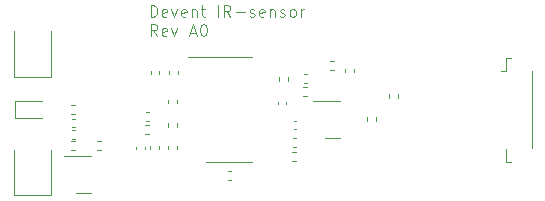
<source format=gbr>
%TF.GenerationSoftware,KiCad,Pcbnew,7.0.9+1*%
%TF.CreationDate,2023-12-11T14:48:35+01:00*%
%TF.ProjectId,IR-sensor,49522d73-656e-4736-9f72-2e6b69636164,rev?*%
%TF.SameCoordinates,Original*%
%TF.FileFunction,Legend,Top*%
%TF.FilePolarity,Positive*%
%FSLAX46Y46*%
G04 Gerber Fmt 4.6, Leading zero omitted, Abs format (unit mm)*
G04 Created by KiCad (PCBNEW 7.0.9+1) date 2023-12-11 14:48:35*
%MOMM*%
%LPD*%
G01*
G04 APERTURE LIST*
%ADD10C,0.100000*%
%ADD11C,0.120000*%
G04 APERTURE END LIST*
D10*
X69003884Y-52162419D02*
X69003884Y-51162419D01*
X69003884Y-51162419D02*
X69241979Y-51162419D01*
X69241979Y-51162419D02*
X69384836Y-51210038D01*
X69384836Y-51210038D02*
X69480074Y-51305276D01*
X69480074Y-51305276D02*
X69527693Y-51400514D01*
X69527693Y-51400514D02*
X69575312Y-51590990D01*
X69575312Y-51590990D02*
X69575312Y-51733847D01*
X69575312Y-51733847D02*
X69527693Y-51924323D01*
X69527693Y-51924323D02*
X69480074Y-52019561D01*
X69480074Y-52019561D02*
X69384836Y-52114800D01*
X69384836Y-52114800D02*
X69241979Y-52162419D01*
X69241979Y-52162419D02*
X69003884Y-52162419D01*
X70384836Y-52114800D02*
X70289598Y-52162419D01*
X70289598Y-52162419D02*
X70099122Y-52162419D01*
X70099122Y-52162419D02*
X70003884Y-52114800D01*
X70003884Y-52114800D02*
X69956265Y-52019561D01*
X69956265Y-52019561D02*
X69956265Y-51638609D01*
X69956265Y-51638609D02*
X70003884Y-51543371D01*
X70003884Y-51543371D02*
X70099122Y-51495752D01*
X70099122Y-51495752D02*
X70289598Y-51495752D01*
X70289598Y-51495752D02*
X70384836Y-51543371D01*
X70384836Y-51543371D02*
X70432455Y-51638609D01*
X70432455Y-51638609D02*
X70432455Y-51733847D01*
X70432455Y-51733847D02*
X69956265Y-51829085D01*
X70765789Y-51495752D02*
X71003884Y-52162419D01*
X71003884Y-52162419D02*
X71241979Y-51495752D01*
X72003884Y-52114800D02*
X71908646Y-52162419D01*
X71908646Y-52162419D02*
X71718170Y-52162419D01*
X71718170Y-52162419D02*
X71622932Y-52114800D01*
X71622932Y-52114800D02*
X71575313Y-52019561D01*
X71575313Y-52019561D02*
X71575313Y-51638609D01*
X71575313Y-51638609D02*
X71622932Y-51543371D01*
X71622932Y-51543371D02*
X71718170Y-51495752D01*
X71718170Y-51495752D02*
X71908646Y-51495752D01*
X71908646Y-51495752D02*
X72003884Y-51543371D01*
X72003884Y-51543371D02*
X72051503Y-51638609D01*
X72051503Y-51638609D02*
X72051503Y-51733847D01*
X72051503Y-51733847D02*
X71575313Y-51829085D01*
X72480075Y-51495752D02*
X72480075Y-52162419D01*
X72480075Y-51590990D02*
X72527694Y-51543371D01*
X72527694Y-51543371D02*
X72622932Y-51495752D01*
X72622932Y-51495752D02*
X72765789Y-51495752D01*
X72765789Y-51495752D02*
X72861027Y-51543371D01*
X72861027Y-51543371D02*
X72908646Y-51638609D01*
X72908646Y-51638609D02*
X72908646Y-52162419D01*
X73241980Y-51495752D02*
X73622932Y-51495752D01*
X73384837Y-51162419D02*
X73384837Y-52019561D01*
X73384837Y-52019561D02*
X73432456Y-52114800D01*
X73432456Y-52114800D02*
X73527694Y-52162419D01*
X73527694Y-52162419D02*
X73622932Y-52162419D01*
X74718171Y-52162419D02*
X74718171Y-51162419D01*
X75765789Y-52162419D02*
X75432456Y-51686228D01*
X75194361Y-52162419D02*
X75194361Y-51162419D01*
X75194361Y-51162419D02*
X75575313Y-51162419D01*
X75575313Y-51162419D02*
X75670551Y-51210038D01*
X75670551Y-51210038D02*
X75718170Y-51257657D01*
X75718170Y-51257657D02*
X75765789Y-51352895D01*
X75765789Y-51352895D02*
X75765789Y-51495752D01*
X75765789Y-51495752D02*
X75718170Y-51590990D01*
X75718170Y-51590990D02*
X75670551Y-51638609D01*
X75670551Y-51638609D02*
X75575313Y-51686228D01*
X75575313Y-51686228D02*
X75194361Y-51686228D01*
X76194361Y-51781466D02*
X76956266Y-51781466D01*
X77384837Y-52114800D02*
X77480075Y-52162419D01*
X77480075Y-52162419D02*
X77670551Y-52162419D01*
X77670551Y-52162419D02*
X77765789Y-52114800D01*
X77765789Y-52114800D02*
X77813408Y-52019561D01*
X77813408Y-52019561D02*
X77813408Y-51971942D01*
X77813408Y-51971942D02*
X77765789Y-51876704D01*
X77765789Y-51876704D02*
X77670551Y-51829085D01*
X77670551Y-51829085D02*
X77527694Y-51829085D01*
X77527694Y-51829085D02*
X77432456Y-51781466D01*
X77432456Y-51781466D02*
X77384837Y-51686228D01*
X77384837Y-51686228D02*
X77384837Y-51638609D01*
X77384837Y-51638609D02*
X77432456Y-51543371D01*
X77432456Y-51543371D02*
X77527694Y-51495752D01*
X77527694Y-51495752D02*
X77670551Y-51495752D01*
X77670551Y-51495752D02*
X77765789Y-51543371D01*
X78622932Y-52114800D02*
X78527694Y-52162419D01*
X78527694Y-52162419D02*
X78337218Y-52162419D01*
X78337218Y-52162419D02*
X78241980Y-52114800D01*
X78241980Y-52114800D02*
X78194361Y-52019561D01*
X78194361Y-52019561D02*
X78194361Y-51638609D01*
X78194361Y-51638609D02*
X78241980Y-51543371D01*
X78241980Y-51543371D02*
X78337218Y-51495752D01*
X78337218Y-51495752D02*
X78527694Y-51495752D01*
X78527694Y-51495752D02*
X78622932Y-51543371D01*
X78622932Y-51543371D02*
X78670551Y-51638609D01*
X78670551Y-51638609D02*
X78670551Y-51733847D01*
X78670551Y-51733847D02*
X78194361Y-51829085D01*
X79099123Y-51495752D02*
X79099123Y-52162419D01*
X79099123Y-51590990D02*
X79146742Y-51543371D01*
X79146742Y-51543371D02*
X79241980Y-51495752D01*
X79241980Y-51495752D02*
X79384837Y-51495752D01*
X79384837Y-51495752D02*
X79480075Y-51543371D01*
X79480075Y-51543371D02*
X79527694Y-51638609D01*
X79527694Y-51638609D02*
X79527694Y-52162419D01*
X79956266Y-52114800D02*
X80051504Y-52162419D01*
X80051504Y-52162419D02*
X80241980Y-52162419D01*
X80241980Y-52162419D02*
X80337218Y-52114800D01*
X80337218Y-52114800D02*
X80384837Y-52019561D01*
X80384837Y-52019561D02*
X80384837Y-51971942D01*
X80384837Y-51971942D02*
X80337218Y-51876704D01*
X80337218Y-51876704D02*
X80241980Y-51829085D01*
X80241980Y-51829085D02*
X80099123Y-51829085D01*
X80099123Y-51829085D02*
X80003885Y-51781466D01*
X80003885Y-51781466D02*
X79956266Y-51686228D01*
X79956266Y-51686228D02*
X79956266Y-51638609D01*
X79956266Y-51638609D02*
X80003885Y-51543371D01*
X80003885Y-51543371D02*
X80099123Y-51495752D01*
X80099123Y-51495752D02*
X80241980Y-51495752D01*
X80241980Y-51495752D02*
X80337218Y-51543371D01*
X80956266Y-52162419D02*
X80861028Y-52114800D01*
X80861028Y-52114800D02*
X80813409Y-52067180D01*
X80813409Y-52067180D02*
X80765790Y-51971942D01*
X80765790Y-51971942D02*
X80765790Y-51686228D01*
X80765790Y-51686228D02*
X80813409Y-51590990D01*
X80813409Y-51590990D02*
X80861028Y-51543371D01*
X80861028Y-51543371D02*
X80956266Y-51495752D01*
X80956266Y-51495752D02*
X81099123Y-51495752D01*
X81099123Y-51495752D02*
X81194361Y-51543371D01*
X81194361Y-51543371D02*
X81241980Y-51590990D01*
X81241980Y-51590990D02*
X81289599Y-51686228D01*
X81289599Y-51686228D02*
X81289599Y-51971942D01*
X81289599Y-51971942D02*
X81241980Y-52067180D01*
X81241980Y-52067180D02*
X81194361Y-52114800D01*
X81194361Y-52114800D02*
X81099123Y-52162419D01*
X81099123Y-52162419D02*
X80956266Y-52162419D01*
X81718171Y-52162419D02*
X81718171Y-51495752D01*
X81718171Y-51686228D02*
X81765790Y-51590990D01*
X81765790Y-51590990D02*
X81813409Y-51543371D01*
X81813409Y-51543371D02*
X81908647Y-51495752D01*
X81908647Y-51495752D02*
X82003885Y-51495752D01*
X69575312Y-53772419D02*
X69241979Y-53296228D01*
X69003884Y-53772419D02*
X69003884Y-52772419D01*
X69003884Y-52772419D02*
X69384836Y-52772419D01*
X69384836Y-52772419D02*
X69480074Y-52820038D01*
X69480074Y-52820038D02*
X69527693Y-52867657D01*
X69527693Y-52867657D02*
X69575312Y-52962895D01*
X69575312Y-52962895D02*
X69575312Y-53105752D01*
X69575312Y-53105752D02*
X69527693Y-53200990D01*
X69527693Y-53200990D02*
X69480074Y-53248609D01*
X69480074Y-53248609D02*
X69384836Y-53296228D01*
X69384836Y-53296228D02*
X69003884Y-53296228D01*
X70384836Y-53724800D02*
X70289598Y-53772419D01*
X70289598Y-53772419D02*
X70099122Y-53772419D01*
X70099122Y-53772419D02*
X70003884Y-53724800D01*
X70003884Y-53724800D02*
X69956265Y-53629561D01*
X69956265Y-53629561D02*
X69956265Y-53248609D01*
X69956265Y-53248609D02*
X70003884Y-53153371D01*
X70003884Y-53153371D02*
X70099122Y-53105752D01*
X70099122Y-53105752D02*
X70289598Y-53105752D01*
X70289598Y-53105752D02*
X70384836Y-53153371D01*
X70384836Y-53153371D02*
X70432455Y-53248609D01*
X70432455Y-53248609D02*
X70432455Y-53343847D01*
X70432455Y-53343847D02*
X69956265Y-53439085D01*
X70765789Y-53105752D02*
X71003884Y-53772419D01*
X71003884Y-53772419D02*
X71241979Y-53105752D01*
X72337218Y-53486704D02*
X72813408Y-53486704D01*
X72241980Y-53772419D02*
X72575313Y-52772419D01*
X72575313Y-52772419D02*
X72908646Y-53772419D01*
X73432456Y-52772419D02*
X73527694Y-52772419D01*
X73527694Y-52772419D02*
X73622932Y-52820038D01*
X73622932Y-52820038D02*
X73670551Y-52867657D01*
X73670551Y-52867657D02*
X73718170Y-52962895D01*
X73718170Y-52962895D02*
X73765789Y-53153371D01*
X73765789Y-53153371D02*
X73765789Y-53391466D01*
X73765789Y-53391466D02*
X73718170Y-53581942D01*
X73718170Y-53581942D02*
X73670551Y-53677180D01*
X73670551Y-53677180D02*
X73622932Y-53724800D01*
X73622932Y-53724800D02*
X73527694Y-53772419D01*
X73527694Y-53772419D02*
X73432456Y-53772419D01*
X73432456Y-53772419D02*
X73337218Y-53724800D01*
X73337218Y-53724800D02*
X73289599Y-53677180D01*
X73289599Y-53677180D02*
X73241980Y-53581942D01*
X73241980Y-53581942D02*
X73194361Y-53391466D01*
X73194361Y-53391466D02*
X73194361Y-53153371D01*
X73194361Y-53153371D02*
X73241980Y-52962895D01*
X73241980Y-52962895D02*
X73289599Y-52867657D01*
X73289599Y-52867657D02*
X73337218Y-52820038D01*
X73337218Y-52820038D02*
X73432456Y-52772419D01*
D11*
%TO.C,D3*%
X57515000Y-60735000D02*
X59800000Y-60735000D01*
X57515000Y-59265000D02*
X57515000Y-60735000D01*
X59800000Y-59265000D02*
X57515000Y-59265000D01*
%TO.C,J1*%
X99515000Y-55615000D02*
X99065000Y-55615000D01*
X101285000Y-56785000D02*
X101285000Y-63265000D01*
X99065000Y-55615000D02*
X99065000Y-56715000D01*
X99065000Y-64435000D02*
X99065000Y-63335000D01*
X99065000Y-56715000D02*
X98675000Y-56715000D01*
X99515000Y-64435000D02*
X99065000Y-64435000D01*
%TO.C,R3*%
X71255000Y-61171359D02*
X71255000Y-61478641D01*
X70495000Y-61171359D02*
X70495000Y-61478641D01*
%TO.C,C7*%
X62572836Y-60785000D02*
X62357164Y-60785000D01*
X62572836Y-61505000D02*
X62357164Y-61505000D01*
%TO.C,C5*%
X68975000Y-63127164D02*
X68975000Y-63342836D01*
X69695000Y-63127164D02*
X69695000Y-63342836D01*
%TO.C,R12*%
X64501359Y-62705000D02*
X64808641Y-62705000D01*
X64501359Y-63465000D02*
X64808641Y-63465000D01*
%TO.C,U1*%
X75625000Y-55565000D02*
X77575000Y-55565000D01*
X75625000Y-64435000D02*
X77575000Y-64435000D01*
X75625000Y-55565000D02*
X72175000Y-55565000D01*
X75625000Y-64435000D02*
X73675000Y-64435000D01*
%TO.C,Q1*%
X63345000Y-63915000D02*
X63995000Y-63915000D01*
X63345000Y-67035000D02*
X63995000Y-67035000D01*
X63345000Y-63915000D02*
X61670000Y-63915000D01*
X63345000Y-67035000D02*
X62695000Y-67035000D01*
%TO.C,R13*%
X62301359Y-59665000D02*
X62608641Y-59665000D01*
X62301359Y-60425000D02*
X62608641Y-60425000D01*
%TO.C,R1*%
X70565000Y-57028641D02*
X70565000Y-56721359D01*
X71325000Y-57028641D02*
X71325000Y-56721359D01*
%TO.C,R18*%
X84523641Y-56675000D02*
X84216359Y-56675000D01*
X84523641Y-55915000D02*
X84216359Y-55915000D01*
%TO.C,R7*%
X89150000Y-59023641D02*
X89150000Y-58716359D01*
X89910000Y-59023641D02*
X89910000Y-58716359D01*
%TO.C,R11*%
X62291359Y-62695000D02*
X62598641Y-62695000D01*
X62291359Y-63455000D02*
X62598641Y-63455000D01*
%TO.C,Q2*%
X84395000Y-59315000D02*
X85045000Y-59315000D01*
X84395000Y-62435000D02*
X85045000Y-62435000D01*
X84395000Y-59315000D02*
X82720000Y-59315000D01*
X84395000Y-62435000D02*
X83745000Y-62435000D01*
%TO.C,C13*%
X82212836Y-57025000D02*
X81997164Y-57025000D01*
X82212836Y-57745000D02*
X81997164Y-57745000D01*
%TO.C,D1*%
X57415000Y-67285000D02*
X60585000Y-67285000D01*
X60585000Y-67285000D02*
X60585000Y-63400000D01*
X57415000Y-63400000D02*
X57415000Y-67285000D01*
%TO.C,R16*%
X79845000Y-57598641D02*
X79845000Y-57291359D01*
X80605000Y-57598641D02*
X80605000Y-57291359D01*
%TO.C,R14*%
X68577359Y-60247000D02*
X68884641Y-60247000D01*
X68577359Y-61007000D02*
X68884641Y-61007000D01*
%TO.C,R6*%
X88085000Y-60676359D02*
X88085000Y-60983641D01*
X87325000Y-60676359D02*
X87325000Y-60983641D01*
%TO.C,C9*%
X81137164Y-61665000D02*
X81352836Y-61665000D01*
X81137164Y-60945000D02*
X81352836Y-60945000D01*
%TO.C,R4*%
X80971359Y-63585000D02*
X81278641Y-63585000D01*
X80971359Y-64345000D02*
X81278641Y-64345000D01*
%TO.C,D2*%
X57415000Y-57285000D02*
X60585000Y-57285000D01*
X60585000Y-57285000D02*
X60585000Y-53400000D01*
X57415000Y-53400000D02*
X57415000Y-57285000D01*
%TO.C,R17*%
X82248641Y-58865000D02*
X81941359Y-58865000D01*
X82248641Y-58105000D02*
X81941359Y-58105000D01*
%TO.C,C1*%
X69745000Y-56972836D02*
X69745000Y-56757164D01*
X69025000Y-56972836D02*
X69025000Y-56757164D01*
%TO.C,C2*%
X70505000Y-59237164D02*
X70505000Y-59452836D01*
X71225000Y-59237164D02*
X71225000Y-59452836D01*
%TO.C,R15*%
X68521359Y-61295000D02*
X68828641Y-61295000D01*
X68521359Y-62055000D02*
X68828641Y-62055000D01*
%TO.C,R2*%
X71245000Y-63071359D02*
X71245000Y-63378641D01*
X70485000Y-63071359D02*
X70485000Y-63378641D01*
%TO.C,C11*%
X85495000Y-56612164D02*
X85495000Y-56827836D01*
X86215000Y-56612164D02*
X86215000Y-56827836D01*
%TO.C,C4*%
X62572836Y-61755000D02*
X62357164Y-61755000D01*
X62572836Y-62475000D02*
X62357164Y-62475000D01*
%TO.C,C6*%
X67780000Y-63152164D02*
X67780000Y-63367836D01*
X68500000Y-63152164D02*
X68500000Y-63367836D01*
%TO.C,C3*%
X75577164Y-65945000D02*
X75792836Y-65945000D01*
X75577164Y-65225000D02*
X75792836Y-65225000D01*
%TO.C,R5*%
X81031359Y-62415000D02*
X81338641Y-62415000D01*
X81031359Y-63175000D02*
X81338641Y-63175000D01*
%TO.C,C10*%
X79765000Y-59337164D02*
X79765000Y-59552836D01*
X80485000Y-59337164D02*
X80485000Y-59552836D01*
%TD*%
M02*

</source>
